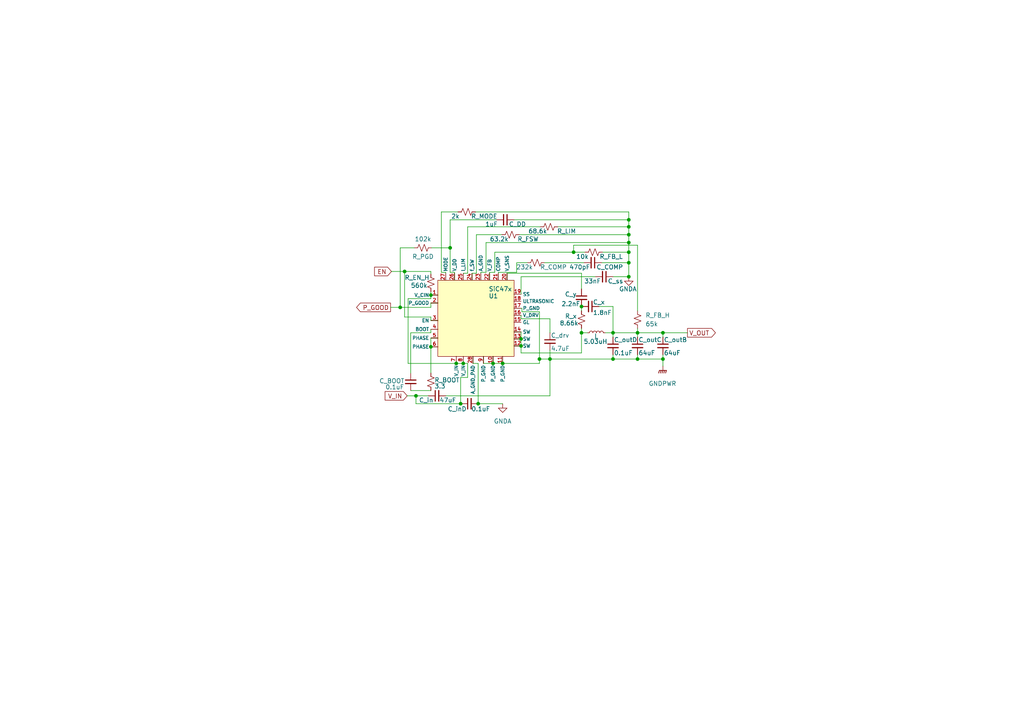
<source format=kicad_sch>
(kicad_sch (version 20211123) (generator eeschema)
  (paper "A4")
  (title_block (title "6V Regulator Heirarchical Sheet") (date "2022-09-25") (rev "3.1"))
  (lib_symbols
    (symbol "Device:C_Small" (pin_numbers hide) (pin_names (offset 0.254) hide)
      (property "Reference" "C" (at 0.254 1.778 0))
      (property "Value" "C_Small" (at 0.254 -2.032 0))
      (symbol "C_Small_0_1"
        (polyline (pts (xy -1.524 -0.508) (xy 1.524 -0.508)) (stroke (width 0.3302)))
        (polyline (pts (xy -1.524 0.508) (xy 1.524 0.508)) (stroke (width 0.3048)))
      )
      (symbol "C_Small_1_1"
        (pin passive line (at 0 2.54 270) (length 2.032) (name "~") (number "1"))
        (pin passive line (at 0 -2.54 90) (length 2.032) (name "~") (number "2"))
      )
    )
    (symbol "Device:L_Small" (pin_numbers hide) (pin_names (offset 0.254) hide)
      (property "Reference" "L" (at 0.762 1.016 0))
      (property "Value" "L_Small" (at 0.762 -1.016 0))
      (symbol "L_Small_0_1"
        (arc (start 0 -2.032) (mid 0.508 -1.524) (end 0 -1.016))
        (arc (start 0 -1.016) (mid 0.508 -0.508) (end 0 0))
        (arc (start 0 0) (mid 0.508 0.508) (end 0 1.016))
        (arc (start 0 1.016) (mid 0.508 1.524) (end 0 2.032))
      )
      (symbol "L_Small_1_1"
        (pin passive line (at 0 2.54 270) (length 0.508) (name "~") (number "1"))
        (pin passive line (at 0 -2.54 90) (length 0.508) (name "~") (number "2"))
      )
    )
    (symbol "Device:R_Small_US" (pin_numbers hide) (pin_names (offset 0.254) hide)
      (property "Reference" "R" (at 0.762 0.508 0))
      (property "Value" "R_Small_US" (at 0.762 -1.016 0))
      (symbol "R_Small_US_1_1"
        (polyline (pts (xy 0 0) (xy 1.016 -0.381) (xy 0 -0.762) (xy -1.016 -1.143) (xy 0 -1.524)))
        (polyline (pts (xy 0 1.524) (xy 1.016 1.143) (xy 0 0.762) (xy -1.016 0.381) (xy 0 0)))
        (pin passive line (at 0 2.54 270) (length 1.016) (name "~") (number "1"))
        (pin passive line (at 0 -2.54 90) (length 1.016) (name "~") (number "2"))
      )
    )
    (symbol "SiC47x:SiC47x"
      (property "Reference" "U" (at -3.048 6.096 0))
      (property "Value" "SiC47x" (at -7.366 6.096 0))
      (symbol "SiC47x_0_1"
        (rectangle (start 0 0) (end 22.098 -22.098) (fill (type background)))
      )
      (symbol "SiC47x_1_1"
        (pin power_in line (at 0 -4.318 180) (length 2) (name "V_CIN") (number "1"))
        (pin power_in line (at 16.002 -22.098 270) (length 2) (name "P_GND") (number "10"))
        (pin power_in line (at 18.796 -22.098 270) (length 2) (name "P_GND") (number "11"))
        (pin power_out line (at 22.098 -19.05 0) (length 2) (name "SW") (number "12"))
        (pin power_out line (at 22.098 -17.018 0) (length 2) (name "SW") (number "13"))
        (pin power_out line (at 22.098 -14.986 0) (length 2) (name "SW") (number "14"))
        (pin input line (at 22.098 -12.192 0) (length 2) (name "GL") (number "15"))
        (pin power_in line (at 22.098 -10.16 0) (length 2) (name "V_DRV") (number "16"))
        (pin power_in line (at 22.098 -8.128 0) (length 2) (name "P_GND") (number "17"))
        (pin input line (at 22.098 -6.096 0) (length 2) (name "ULTRASONIC") (number "18"))
        (pin input line (at 22.098 -4.064 0) (length 2) (name "SS") (number "19"))
        (pin input line (at 0 -6.604 180) (length 2) (name "P_GOOD") (number "2"))
        (pin output line (at 20.066 0 90) (length 2) (name "V_SNS") (number "20"))
        (pin output line (at 17.526 0 90) (length 2) (name "COMP") (number "21"))
        (pin input line (at 14.986 0 90) (length 2) (name "V_FB") (number "22"))
        (pin power_in line (at 12.446 0 90) (length 2) (name "A_GND") (number "23"))
        (pin input line (at 9.906 0 90) (length 2) (name "f_SW") (number "24"))
        (pin input line (at 7.366 0 90) (length 2) (name "I_LIM") (number "25"))
        (pin power_in line (at 4.826 0 90) (length 2) (name "V_DD") (number "26"))
        (pin input line (at 2.286 0 90) (length 2) (name "MODE") (number "27"))
        (pin power_in line (at 10.16 -22.098 270) (length 2) (name "A_GND_PAD") (number "28"))
        (pin input line (at 0 -11.684 180) (length 2) (name "EN") (number "3"))
        (pin power_in line (at 0 -14.224 180) (length 2) (name "BOOT") (number "4"))
        (pin input line (at 0 -16.764 180) (length 2) (name "PHASE") (number "5"))
        (pin input line (at 0 -19.304 180) (length 2) (name "PHASE") (number "6"))
        (pin power_in line (at 5.334 -22.098 270) (length 2) (name "V_IN") (number "7"))
        (pin power_in line (at 7.366 -22.098 270) (length 2) (name "V_IN") (number "8"))
        (pin power_in line (at 13.208 -22.098 270) (length 2) (name "P_GND") (number "9"))
      )
    )
    (symbol "power:GNDA" (power) (pin_names (offset 0))
      (property "Value" "GNDA" (at 0 -3.81 0))
      (symbol "GNDA_0_1"
        (polyline (pts (xy 0 0) (xy 0 -1.27) (xy 1.27 -1.27) (xy 0 -2.54) (xy -1.27 -1.27) (xy 0 -1.27)))
      )
      (symbol "GNDA_1_1"
        (pin power_in line (at 0 0 270) (length 0) hide (name "GNDA") (number "1"))
      )
    )
    (symbol "power:GNDPWR" (power) (pin_names (offset 0))
      (property "Value" "GNDPWR" (at 0 -3.302 0))
      (symbol "GNDPWR_0_1"
        (polyline (pts (xy 0 -1.27) (xy 0 0)))
        (polyline (pts (xy -1.016 -1.27) (xy -1.27 -2.032) (xy -1.27 -2.032)) (stroke (width 0.2032)))
        (polyline (pts (xy -0.508 -1.27) (xy -0.762 -2.032) (xy -0.762 -2.032)) (stroke (width 0.2032)))
        (polyline (pts (xy 0 -1.27) (xy -0.254 -2.032) (xy -0.254 -2.032)) (stroke (width 0.2032)))
        (polyline (pts (xy 0.508 -1.27) (xy 0.254 -2.032) (xy 0.254 -2.032)) (stroke (width 0.2032)))
        (polyline (pts (xy 1.016 -1.27) (xy -1.016 -1.27) (xy -1.016 -1.27)) (stroke (width 0.2032)))
        (polyline (pts (xy 1.016 -1.27) (xy 0.762 -2.032) (xy 0.762 -2.032) (xy 0.762 -2.032)) (stroke (width 0.2032)))
      )
      (symbol "GNDPWR_1_1"
        (pin power_in line (at 0 0 270) (length 0) hide (name "GNDPWR") (number "1"))
      )
    )
  )
  (junction (at 124.968 100.584))
  (junction (at 182.372 65.786))
  (junction (at 168.656 88.9))
  (junction (at 132.334 105.41))
  (junction (at 138.684 117.094))
  (junction (at 192.278 104.14))
  (junction (at 133.604 117.094))
  (junction (at 182.372 70.358))
  (junction (at 168.656 96.52))
  (junction (at 156.464 104.14))
  (junction (at 192.278 96.52))
  (junction (at 151.13 98.298))
  (junction (at 177.8 104.14))
  (junction (at 124.968 85.598))
  (junction (at 151.13 100.33))
  (junction (at 130.556 71.882))
  (junction (at 182.372 80.264))
  (junction (at 184.912 96.52))
  (junction (at 143.002 105.41))
  (junction (at 166.37 73.152))
  (junction (at 117.348 78.74))
  (junction (at 182.372 73.152))
  (junction (at 182.372 76.2))
  (junction (at 134.366 105.41))
  (junction (at 182.372 68.072))
  (junction (at 184.912 104.14))
  (junction (at 182.372 63.754))
  (junction (at 120.65 114.808))
  (junction (at 116.078 89.154))
  (junction (at 145.796 105.41))
  (junction (at 159.512 104.14))
  (junction (at 177.8 96.52))
  (wire (pts (xy 177.8 96.52) (xy 177.8 97.79)))
  (wire (pts (xy 120.65 114.808) (xy 120.65 117.094)))
  (wire (pts (xy 124.968 98.044) (xy 127 98.044)))
  (wire (pts (xy 177.8 80.264) (xy 182.372 80.264)))
  (wire (pts (xy 130.556 78.994) (xy 130.556 71.882)))
  (wire (pts (xy 149.098 96.266) (xy 151.13 96.266)))
  (wire (pts (xy 151.13 98.298) (xy 151.13 100.33)))
  (wire (pts (xy 120.65 117.094) (xy 133.604 117.094)))
  (wire (pts (xy 150.622 68.072) (xy 182.372 68.072)))
  (wire (pts (xy 168.656 96.52) (xy 168.656 102.362)))
  (wire (pts (xy 182.372 65.786) (xy 182.372 68.072)))
  (wire (pts (xy 133.604 117.094) (xy 133.604 109.474)))
  (wire (pts (xy 119.126 108.204) (xy 119.126 96.52)))
  (wire (pts (xy 141.986 78.994) (xy 143.51 78.994)))
  (wire (pts (xy 143.51 78.994) (xy 143.51 73.152)))
  (wire (pts (xy 140.97 78.994) (xy 140.97 70.358)))
  (wire (pts (xy 166.37 73.152) (xy 169.672 73.152)))
  (wire (pts (xy 132.842 61.468) (xy 128.016 61.468)))
  (wire (pts (xy 124.968 84.582) (xy 124.968 85.598)))
  (wire (pts (xy 174.498 76.2) (xy 182.372 76.2)))
  (wire (pts (xy 139.446 78.994) (xy 140.97 78.994)))
  (wire (pts (xy 116.078 89.154) (xy 116.078 71.882)))
  (wire (pts (xy 124.968 87.884) (xy 124.968 89.154)))
  (wire (pts (xy 134.366 105.41) (xy 135.636 105.41)))
  (wire (pts (xy 140.208 105.41) (xy 143.002 105.41)))
  (wire (pts (xy 118.11 114.808) (xy 120.65 114.808)))
  (wire (pts (xy 140.208 103.378) (xy 140.208 105.41)))
  (wire (pts (xy 149.86 78.994) (xy 149.86 76.2)))
  (wire (pts (xy 117.348 78.74) (xy 124.968 78.74)))
  (wire (pts (xy 129.286 114.808) (xy 159.512 114.808)))
  (wire (pts (xy 184.912 96.52) (xy 192.278 96.52)))
  (wire (pts (xy 151.13 102.362) (xy 168.656 102.362)))
  (wire (pts (xy 184.912 96.52) (xy 184.912 97.79)))
  (wire (pts (xy 147.066 79.248) (xy 168.656 79.248)))
  (wire (pts (xy 149.098 91.44) (xy 151.13 91.44)))
  (wire (pts (xy 145.796 105.41) (xy 156.464 105.41)))
  (wire (pts (xy 124.968 92.964) (xy 124.968 91.948)))
  (wire (pts (xy 192.278 96.52) (xy 199.39 96.52)))
  (wire (pts (xy 151.13 96.266) (xy 151.13 98.298)))
  (wire (pts (xy 177.8 88.9) (xy 177.8 96.52)))
  (wire (pts (xy 118.364 86.614) (xy 118.364 105.41)))
  (wire (pts (xy 125.222 71.882) (xy 130.556 71.882)))
  (wire (pts (xy 143.002 105.41) (xy 145.796 105.41)))
  (wire (pts (xy 182.372 61.468) (xy 182.372 63.754)))
  (wire (pts (xy 149.098 100.33) (xy 151.13 100.33)))
  (wire (pts (xy 113.538 78.74) (xy 117.348 78.74)))
  (wire (pts (xy 131.826 78.994) (xy 130.556 78.994)))
  (wire (pts (xy 182.372 68.072) (xy 182.372 70.358)))
  (wire (pts (xy 129.286 78.994) (xy 129.286 81.28)))
  (wire (pts (xy 140.97 70.358) (xy 182.372 70.358)))
  (wire (pts (xy 192.278 104.14) (xy 184.912 104.14)))
  (wire (pts (xy 182.372 76.2) (xy 182.372 80.264)))
  (wire (pts (xy 159.512 92.456) (xy 159.512 96.52)))
  (wire (pts (xy 151.13 80.264) (xy 172.72 80.264)))
  (wire (pts (xy 156.464 104.14) (xy 159.512 104.14)))
  (wire (pts (xy 174.752 73.152) (xy 182.372 73.152)))
  (wire (pts (xy 156.464 104.14) (xy 156.464 105.41)))
  (wire (pts (xy 127 85.598) (xy 124.968 85.598)))
  (wire (pts (xy 138.684 117.094) (xy 145.796 117.094)))
  (wire (pts (xy 143.002 103.378) (xy 143.002 105.41)))
  (wire (pts (xy 113.284 89.154) (xy 116.078 89.154)))
  (wire (pts (xy 137.16 105.41) (xy 138.684 105.41)))
  (wire (pts (xy 144.526 78.994) (xy 149.86 78.994)))
  (wire (pts (xy 144.526 78.994) (xy 144.526 81.28)))
  (wire (pts (xy 149.098 89.408) (xy 151.384 89.408)))
  (wire (pts (xy 166.37 71.12) (xy 166.37 73.152)))
  (wire (pts (xy 149.098 85.344) (xy 151.13 85.344)))
  (wire (pts (xy 117.348 91.948) (xy 117.348 78.74)))
  (wire (pts (xy 184.912 71.12) (xy 184.912 90.17)))
  (wire (pts (xy 134.366 103.378) (xy 134.366 105.41)))
  (wire (pts (xy 168.656 88.9) (xy 168.656 90.17)))
  (wire (pts (xy 127 92.964) (xy 124.968 92.964)))
  (wire (pts (xy 116.078 89.154) (xy 124.968 89.154)))
  (wire (pts (xy 182.372 70.358) (xy 182.372 73.152)))
  (wire (pts (xy 135.636 65.786) (xy 135.636 79.248)))
  (wire (pts (xy 192.278 104.14) (xy 192.278 106.172)))
  (wire (pts (xy 177.8 104.14) (xy 184.912 104.14)))
  (wire (pts (xy 124.968 86.614) (xy 118.364 86.614)))
  (wire (pts (xy 177.8 96.52) (xy 184.912 96.52)))
  (wire (pts (xy 159.512 104.14) (xy 159.512 114.808)))
  (wire (pts (xy 137.922 61.468) (xy 182.372 61.468)))
  (wire (pts (xy 173.736 88.9) (xy 177.8 88.9)))
  (wire (pts (xy 143.51 73.152) (xy 166.37 73.152)))
  (wire (pts (xy 159.512 101.6) (xy 159.512 104.14)))
  (wire (pts (xy 149.098 63.754) (xy 182.372 63.754)))
  (wire (pts (xy 168.656 96.52) (xy 170.434 96.52)))
  (wire (pts (xy 135.636 79.248) (xy 134.366 79.248)))
  (wire (pts (xy 119.126 96.52) (xy 124.968 96.52)))
  (wire (pts (xy 182.372 73.152) (xy 182.372 76.2)))
  (wire (pts (xy 177.8 102.87) (xy 177.8 104.14)))
  (wire (pts (xy 184.912 95.25) (xy 184.912 96.52)))
  (wire (pts (xy 132.334 103.378) (xy 132.334 105.41)))
  (wire (pts (xy 124.968 95.504) (xy 127 95.504)))
  (wire (pts (xy 124.968 85.598) (xy 124.968 86.614)))
  (wire (pts (xy 119.126 113.284) (xy 124.968 113.284)))
  (wire (pts (xy 159.512 104.14) (xy 177.8 104.14)))
  (wire (pts (xy 124.968 91.948) (xy 117.348 91.948)))
  (wire (pts (xy 116.078 71.882) (xy 120.142 71.882)))
  (wire (pts (xy 145.542 68.072) (xy 138.176 68.072)))
  (wire (pts (xy 177.8 96.52) (xy 175.514 96.52)))
  (wire (pts (xy 184.912 102.87) (xy 184.912 104.14)))
  (wire (pts (xy 138.176 68.072) (xy 138.176 79.248)))
  (wire (pts (xy 151.13 100.33) (xy 151.13 102.362)))
  (wire (pts (xy 141.986 81.28) (xy 141.986 78.994)))
  (wire (pts (xy 124.968 98.044) (xy 124.968 100.584)))
  (wire (pts (xy 128.016 78.994) (xy 129.286 78.994)))
  (wire (pts (xy 130.556 63.754) (xy 130.556 71.882)))
  (wire (pts (xy 136.906 79.248) (xy 136.906 81.28)))
  (wire (pts (xy 151.13 91.44) (xy 151.13 92.456)))
  (wire (pts (xy 157.988 76.2) (xy 169.418 76.2)))
  (wire (pts (xy 124.968 100.584) (xy 124.968 108.204)))
  (wire (pts (xy 168.656 95.25) (xy 168.656 96.52)))
  (wire (pts (xy 139.446 81.28) (xy 139.446 78.994)))
  (wire (pts (xy 151.13 85.344) (xy 151.13 80.264)))
  (wire (pts (xy 151.384 89.408) (xy 151.384 90.424)))
  (wire (pts (xy 118.364 105.41) (xy 132.334 105.41)))
  (wire (pts (xy 137.16 103.378) (xy 137.16 105.41)))
  (wire (pts (xy 192.278 96.52) (xy 192.278 97.79)))
  (wire (pts (xy 161.798 65.786) (xy 182.372 65.786)))
  (wire (pts (xy 133.604 109.474) (xy 135.636 109.474)))
  (wire (pts (xy 132.334 105.41) (xy 134.366 105.41)))
  (wire (pts (xy 144.018 63.754) (xy 130.556 63.754)))
  (wire (pts (xy 120.65 114.808) (xy 124.206 114.808)))
  (wire (pts (xy 135.636 109.474) (xy 135.636 105.41)))
  (wire (pts (xy 138.684 105.41) (xy 138.684 117.094)))
  (wire (pts (xy 128.016 61.468) (xy 128.016 78.994)))
  (wire (pts (xy 182.372 63.754) (xy 182.372 65.786)))
  (wire (pts (xy 192.278 102.87) (xy 192.278 104.14)))
  (wire (pts (xy 149.098 98.298) (xy 151.13 98.298)))
  (wire (pts (xy 184.912 71.12) (xy 166.37 71.12)))
  (wire (pts (xy 151.384 90.424) (xy 156.464 90.424)))
  (wire (pts (xy 145.796 103.378) (xy 145.796 105.41)))
  (wire (pts (xy 134.366 79.248) (xy 134.366 81.28)))
  (wire (pts (xy 138.176 79.248) (xy 136.906 79.248)))
  (wire (pts (xy 131.826 81.28) (xy 131.826 78.994)))
  (wire (pts (xy 168.656 79.248) (xy 168.656 83.82)))
  (wire (pts (xy 147.066 81.28) (xy 147.066 79.248)))
  (wire (pts (xy 156.464 90.424) (xy 156.464 104.14)))
  (wire (pts (xy 127 100.584) (xy 124.968 100.584)))
  (wire (pts (xy 127 87.884) (xy 124.968 87.884)))
  (wire (pts (xy 124.968 78.74) (xy 124.968 79.502)))
  (wire (pts (xy 151.13 92.456) (xy 159.512 92.456)))
  (wire (pts (xy 149.86 76.2) (xy 152.908 76.2)))
  (wire (pts (xy 124.968 96.52) (xy 124.968 95.504)))
  (wire (pts (xy 156.718 65.786) (xy 135.636 65.786)))
  (global_label "P_GOOD" (shape output) (at 113.284 89.154 180) (property "Intersheet References" "${INTERSHEET_REFS}" (effects hide)))
  (global_label "EN" (shape input) (at 113.538 78.74 180) (property "Intersheet References" "${INTERSHEET_REFS}" (effects hide)))
  (global_label "V_OUT" (shape output) (at 199.39 96.52 0) (property "Intersheet References" "${INTERSHEET_REFS}" (effects hide)))
  (global_label "V_IN" (shape input) (at 118.11 114.808 180) (property "Intersheet References" "${INTERSHEET_REFS}" (effects hide)))
  (symbol (lib_id "Device:C_Small") (at 192.278 100.33 0) (unit 1)
    (property "Reference" "C_outB" (at 192.532 98.552 0) (effects (justify left)))
    (property "Value" "64uF" (at 192.532 102.362 0) (effects (justify left)))
  )
  (symbol (lib_id "power:GNDPWR") (at 192.278 106.172 0) (unit 1)
    (property "Reference" "#PWR?" (effects hide))
    (property "Value" "GNDPWR" (at 192.151 111.252 0))
  )
  (symbol (lib_id "Device:C_Small") (at 168.656 86.36 0) (unit 1)
    (property "Reference" "C_y" (at 163.83 85.344 0) (effects (justify left)))
    (property "Value" "2.2nF" (at 162.814 88.138 0) (effects (justify left)))
  )
  (symbol (lib_id "Device:R_Small_US") (at 184.912 92.71 0) (unit 1)
    (property "Reference" "R_FB_H" (at 187.198 91.4399 0) (effects (justify left)))
    (property "Value" "65k" (at 187.198 93.9799 0) (effects (justify left)))
  )
  (symbol (lib_id "Device:C_Small") (at 184.912 100.33 0) (unit 1)
    (property "Reference" "C_outC" (at 185.166 98.552 0) (effects (justify left)))
    (property "Value" "64uF" (at 185.166 102.362 0) (effects (justify left)))
  )
  (symbol (lib_id "Device:R_Small_US") (at 155.448 76.2 270) (unit 1)
    (property "Reference" "R_COMP" (at 160.528 77.47 90))
    (property "Value" "232k" (at 152.146 77.47 90))
  )
  (symbol (lib_id "power:GNDA") (at 145.796 117.094 0) (unit 1)
    (property "Reference" "#PWR?" (effects hide))
    (property "Value" "GNDA" (at 145.796 122.174 0))
  )
  (symbol (lib_id "Device:R_Small_US") (at 124.968 82.042 0) (unit 1)
    (property "Reference" "R_EN_H" (at 117.348 80.518 0) (effects (justify left)))
    (property "Value" "560k" (at 119.126 82.804 0) (effects (justify left)))
  )
  (symbol (lib_id "Device:C_Small") (at 146.558 63.754 270) (unit 1)
    (property "Reference" "C_DD" (at 147.574 65.024 90) (effects (justify left)))
    (property "Value" "1uF" (at 140.716 65.024 90) (effects (justify left)))
  )
  (symbol (lib_id "Device:C_Small") (at 136.144 117.094 90) (unit 1)
    (property "Reference" "C_inD" (at 132.588 118.618 90))
    (property "Value" "0.1uF" (at 139.446 118.618 90))
  )
  (symbol (lib_id "Device:C_Small") (at 126.746 114.808 90) (unit 1)
    (property "Reference" "C_in" (at 125.73 116.078 90) (effects (justify left)))
    (property "Value" "47uF" (at 132.334 116.078 90) (effects (justify left)))
  )
  (symbol (lib_id "power:GNDA") (at 182.372 80.264 0) (unit 1)
    (property "Reference" "#PWR?" (effects hide))
    (property "Value" "GNDA" (at 182.118 83.82 0))
  )
  (symbol (lib_id "Device:C_Small") (at 177.8 100.33 0) (unit 1)
    (property "Reference" "C_outD" (at 178.054 98.552 0) (effects (justify left)))
    (property "Value" "0.1uF" (at 178.054 102.362 0) (effects (justify left)))
  )
  (symbol (lib_id "Device:R_Small_US") (at 159.258 65.786 270) (unit 1)
    (property "Reference" "R_LIM" (at 164.338 67.056 90))
    (property "Value" "68.6k" (at 155.956 67.056 90))
  )
  (symbol (lib_id "Device:C_Small") (at 171.196 88.9 270) (unit 1)
    (property "Reference" "C_x" (at 171.958 87.63 90) (effects (justify left)))
    (property "Value" "1.8nF" (at 171.958 90.678 90) (effects (justify left)))
  )
  (symbol (lib_id "Device:R_Small_US") (at 122.682 71.882 270) (unit 1)
    (property "Reference" "R_PGD" (at 122.682 74.422 90))
    (property "Value" "102k" (at 122.682 69.342 90))
  )
  (symbol (lib_id "Device:R_Small_US") (at 124.968 110.744 0) (unit 1)
    (property "Reference" "R_BOOT" (at 125.984 110.236 0) (effects (justify left)))
    (property "Value" "3.3" (at 125.984 112.014 0) (effects (justify left)))
  )
  (symbol (lib_id "Device:R_Small_US") (at 172.212 73.152 270) (unit 1)
    (property "Reference" "R_FB_L" (at 177.292 74.422 90))
    (property "Value" "10k" (at 168.91 74.422 90))
  )
  (symbol (lib_id "SiC47x:SiC47x") (at 127 81.28 0) (unit 1)
    (property "Reference" "U1" (at 141.732 85.852 0) (effects (justify left)))
    (property "Value" "SiC47x" (at 141.732 83.82 0) (effects (justify left)))
  )
  (symbol (lib_id "Device:R_Small_US") (at 148.082 68.072 270) (unit 1)
    (property "Reference" "R_FSW" (at 153.162 69.342 90))
    (property "Value" "63.2k" (at 144.78 69.342 90))
  )
  (symbol (lib_id "Device:C_Small") (at 119.126 110.744 0) (unit 1)
    (property "Reference" "C_BOOT" (at 109.982 110.49 0) (effects (justify left)))
    (property "Value" "0.1uF" (at 111.76 112.268 0) (effects (justify left)))
  )
  (symbol (lib_id "Device:R_Small_US") (at 168.656 92.71 0) (unit 1)
    (property "Reference" "R_x" (at 163.83 91.694 0) (effects (justify left)))
    (property "Value" "8.66k" (at 162.306 93.726 0) (effects (justify left)))
  )
  (symbol (lib_id "Device:C_Small") (at 171.958 76.2 270) (unit 1)
    (property "Reference" "C_COMP" (at 172.974 77.47 90) (effects (justify left)))
    (property "Value" "470pF" (at 165.1 77.47 90) (effects (justify left)))
  )
  (symbol (lib_id "Device:L_Small") (at 172.974 96.52 90) (unit 1)
    (property "Reference" "L" (at 172.974 97.536 90))
    (property "Value" "5.03uH" (at 172.72 99.06 90))
  )
  (symbol (lib_id "Device:R_Small_US") (at 135.382 61.468 270) (unit 1)
    (property "Reference" "R_MODE" (at 140.462 62.738 90))
    (property "Value" "2k" (at 132.08 62.738 90))
  )
  (symbol (lib_id "Device:C_Small") (at 159.512 99.06 0) (unit 1)
    (property "Reference" "C_drv" (at 159.766 97.282 0) (effects (justify left)))
    (property "Value" "4.7uF" (at 159.766 101.092 0) (effects (justify left)))
  )
  (symbol (lib_id "Device:C_Small") (at 175.26 80.264 270) (unit 1)
    (property "Reference" "C_ss" (at 176.276 81.534 90) (effects (justify left)))
    (property "Value" "33nF" (at 169.418 81.534 90) (effects (justify left)))
  )
)
</source>
